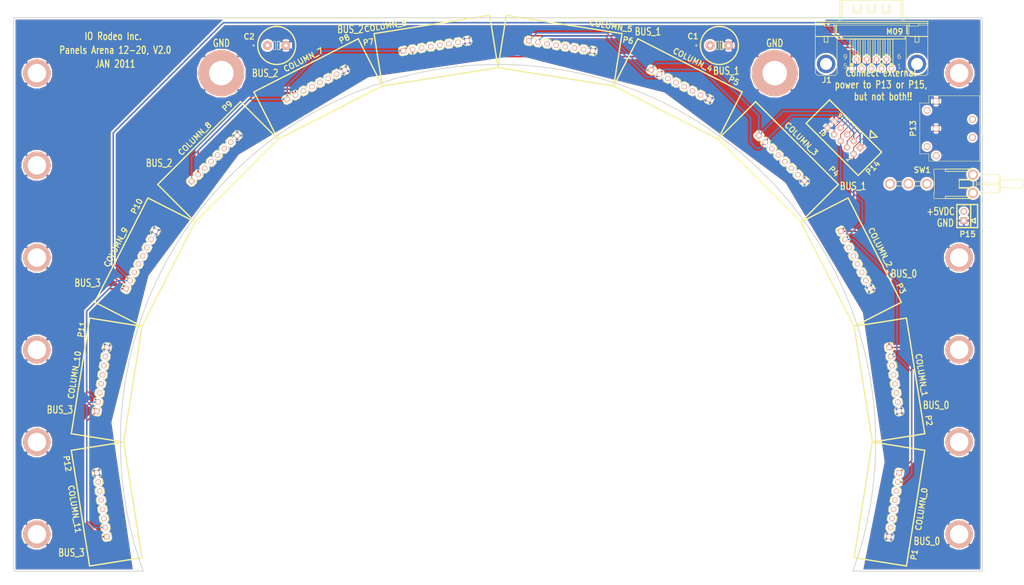
<source format=kicad_pcb>
(kicad_pcb (version 20171130) (host pcbnew 5.1.10)
  (title_block (date "7 feb 2011"))
  (layers (0 Front signal) (1 Inner_L2 power) (2 Inner_L1 power) (31 Back signal) (34 B.Paste user) (35 F.Paste user) (36 B.SilkS user) (37 F.SilkS user) (38 B.Mask user) (39 F.Mask user) (44 Edge.Cuts user))
  (net 0 "")
  (net 1 /SCL_0)
  (net 2 /SCL_1)
  (net 3 /SCL_2)
  (net 4 /SCL_3)
  (net 5 /SDA_0)
  (net 6 /SDA_1)
  (net 7 /SDA_2)
  (net 8 /SDA_3)
  (net 9 GND)
  (net 10 N-000050)
  (net 11 VCC)
  (module HEADER_5x2_LARGE (layer Front) (at 242.57 53.34 135)
    (fp_text reference P14 (at -11.56716 -0.2159 225) (layer F.SilkS) (effects (font (size 1.524 1.524) (thickness 0.3048))))
    (fp_text value CONN_5X2 hide)
    (fp_text user 2 (at -5.08 -3.302 135) (layer F.SilkS) (effects (font (size 1.016 1.016) (thickness 0.254))))
    (fp_text user 10 (at 5.08 -3.302 135) (layer F.SilkS) (effects (font (size 1.016 1.016) (thickness 0.254))))
    (fp_text user 9 (at 5.08 3.556 135) (layer F.SilkS) (effects (font (size 1.016 1.016) (thickness 0.254))))
    (pad 1 thru_hole rect (at -5.08 1.27 135) (size 1.778 1.778) (drill 0.9906) (layers *.Cu *.SilkS *.Mask) (net 2 /SCL_1))
    (pad 2 thru_hole circle (at -5.08 -1.27 135) (size 1.778 1.778) (drill 0.9906) (layers *.Cu *.SilkS *.Mask) (net 1 /SCL_0))
    (pad 3 thru_hole circle (at -2.54 1.27 135) (size 1.778 1.778) (drill 0.9906) (layers *.Cu *.SilkS *.Mask) (net 6 /SDA_1))
    (pad 4 thru_hole circle (at -2.54 -1.27 135) (size 1.778 1.778) (drill 0.9906) (layers *.Cu *.SilkS *.Mask) (net 4 /SCL_3))
    (pad 5 thru_hole circle (at 0 1.27 135) (size 1.778 1.778) (drill 0.9906) (layers *.Cu *.SilkS *.Mask) (net 3 /SCL_2))
    (pad 6 thru_hole circle (at 0 -1.27 135) (size 1.778 1.778) (drill 0.9906) (layers *.Cu *.SilkS *.Mask) (net 5 /SDA_0))
    (pad 7 thru_hole circle (at 2.54 1.27 135) (size 1.778 1.778) (drill 0.9906) (layers *.Cu *.SilkS *.Mask) (net 7 /SDA_2))
    (pad 8 thru_hole circle (at 2.54 -1.27 135) (size 1.778 1.778) (drill 0.9906) (layers *.Cu *.SilkS *.Mask) (net 8 /SDA_3))
    (pad 9 thru_hole circle (at 5.08 1.27 135) (size 1.778 1.778) (drill 0.9906) (layers *.Cu *.SilkS *.Mask) (net 9 GND))
    (pad 10 thru_hole circle (at 5.08 -1.27 135) (size 1.778 1.778) (drill 0.9906) (layers *.Cu *.SilkS *.Mask) (net 9 GND))
  )
  (module CON-SUBD_M09HP (layer Front) (at 250.19 33.02 180)
    (fp_text reference J1 (at 12.319 -4.445 180) (layer F.SilkS) (effects (font (size 1.524 1.524) (thickness 0.3048))))
    (fp_text value DB9 hide)
    (fp_text user 1 (at -7.62 -0.635 180) (layer F.SilkS) (effects (font (size 1.27 1.27) (thickness 0.127))))
    (fp_text user 5 (at 7.23646 -0.635 180) (layer F.SilkS) (effects (font (size 1.27 1.27) (thickness 0.127))))
    (fp_text user 9 (at 7.23646 1.905 180) (layer F.SilkS) (effects (font (size 1.27 1.27) (thickness 0.127))))
    (fp_text user 6 (at -7.62 2.032 180) (layer F.SilkS) (effects (font (size 1.27 1.27) (thickness 0.127))))
    (fp_text user M09 (at -6.35 8.89 180) (layer F.SilkS) (effects (font (size 1.524 1.524) (thickness 0.3048))))
    (pad 1 thru_hole circle (at -5.4864 -1.27 180) (size 1.524 1.524) (drill 1.016) (layers *.Cu *.SilkS *.Mask) (net 2 /SCL_1))
    (pad 2 thru_hole circle (at -2.7432 -1.27 180) (size 1.524 1.524) (drill 1.016) (layers *.Cu *.SilkS *.Mask) (net 6 /SDA_1))
    (pad 3 thru_hole circle (at 0 -1.27 180) (size 1.524 1.524) (drill 1.016) (layers *.Cu *.SilkS *.Mask) (net 3 /SCL_2))
    (pad 4 thru_hole circle (at 2.7432 -1.27 180) (size 1.524 1.524) (drill 1.016) (layers *.Cu *.SilkS *.Mask) (net 7 /SDA_2))
    (pad 5 thru_hole circle (at 5.4864 -1.27 180) (size 1.524 1.524) (drill 1.016) (layers *.Cu *.SilkS *.Mask) (net 9 GND))
    (pad 6 thru_hole circle (at -4.1148 1.27 180) (size 1.524 1.524) (drill 1.016) (layers *.Cu *.SilkS *.Mask) (net 1 /SCL_0))
    (pad 7 thru_hole circle (at -1.3716 1.27 180) (size 1.524 1.524) (drill 1.016) (layers *.Cu *.SilkS *.Mask) (net 4 /SCL_3))
    (pad 8 thru_hole circle (at 1.3716 1.27 180) (size 1.524 1.524) (drill 1.016) (layers *.Cu *.SilkS *.Mask) (net 5 /SDA_0))
    (pad 9 thru_hole circle (at 4.1148 1.27 180) (size 1.524 1.524) (drill 1.016) (layers *.Cu *.SilkS *.Mask) (net 8 /SDA_3))
    (pad "" thru_hole circle (at -12.5222 0 180) (size 5.08 5.08) (drill 3.302) (layers *.Cu))
    (pad "" thru_hole circle (at 12.5222 0 180) (size 5.08 5.08) (drill 3.302) (layers *.Cu))
  )
  (module JFRC_DIN5-TH (layer Front) (at 267.97 50.8 90)
    (fp_text reference P13 (at 0 -6.35 90) (layer F.SilkS) (effects (font (size 1.524 1.524) (thickness 0.3048))))
    (fp_text value DIN_5 hide)
    (pad 1 thru_hole circle (at 7.49808 0 90) (size 1.94818 1.94818) (drill 1.29794) (layers *.Cu *.SilkS *.Mask) (net 9 GND))
    (pad 2 thru_hole circle (at 0 0 90) (size 1.94818 1.94818) (drill 1.29794) (layers *.Cu *.SilkS *.Mask) (net 9 GND))
    (pad 3 thru_hole circle (at -7.49808 0 90) (size 1.94818 1.94818) (drill 1.29794) (layers *.Cu *.SilkS *.Mask) (net 10 N-000050))
    (pad 4 thru_hole circle (at 4.99872 -2.49936 90) (size 1.94818 1.94818) (drill 1.29794) (layers *.Cu *.SilkS *.Mask))
    (pad 5 thru_hole circle (at -4.99872 -2.49936 90) (size 1.94818 1.94818) (drill 1.29794) (layers *.Cu *.SilkS *.Mask))
    (pad 6 thru_hole circle (at 2.49936 9.99998 90) (size 1.94818 1.94818) (drill 1.29794) (layers *.Cu *.SilkS *.Mask))
    (pad 7 thru_hole circle (at -2.49936 9.99998 90) (size 1.94818 1.94818) (drill 1.29794) (layers *.Cu *.SilkS *.Mask))
  )
  (module Header_Shrouded_2_Pin (layer Front) (at 275.59 74.93 270)
    (fp_text reference P15 (at 4.9784 -1.0668) (layer F.SilkS) (effects (font (size 1.524 1.524) (thickness 0.3048))))
    (fp_text value CONN_2 hide)
    (pad 2 thru_hole circle (at -1.27 0 270) (size 1.8542 1.8542) (drill 1.0922) (layers *.Cu *.SilkS *.Mask) (net 10 N-000050))
    (pad 1 thru_hole rect (at 1.27 0 270) (size 1.8542 1.8542) (drill 1.0922) (layers *.Cu *.SilkS *.Mask) (net 9 GND))
  )
  (module JFRC_LPV-1 (layer Front) (at 278.13 66.04 90)
    (fp_text reference SW1 (at 3.81 -13.97 180) (layer F.SilkS) (effects (font (size 1.524 1.524) (thickness 0.3048))))
    (fp_text value SWITCH_INV hide)
    (pad 1 thru_hole oval (at 0 -12.7 90) (size 2.7813 2.7813) (drill 1.8542) (layers *.Cu *.SilkS *.Mask) (net 10 N-000050))
    (pad 2 thru_hole oval (at 0 -17.78 90) (size 2.7813 2.7813) (drill 1.8542) (layers *.Cu *.SilkS *.Mask) (net 11 VCC))
    (pad 3 thru_hole oval (at 0 -22.86 90) (size 2.7813 2.7813) (drill 1.8542) (layers *.Cu *.SilkS *.Mask))
    (pad "" thru_hole circle (at -2.54 0 90) (size 2.7813 2.7813) (drill 1.8542) (layers *.Cu *.SilkS *.Mask))
    (pad "" thru_hole circle (at 2.54 0 90) (size 2.7813 2.7813) (drill 1.8542) (layers *.Cu *.SilkS *.Mask))
  )
  (module MountingHole (layer Front) (at 274.32 35.56)
    (fp_text reference P24 hide)
    (fp_text value CONN_1 hide)
    (pad 1 thru_hole circle (at 0 0) (size 7.62 7.62) (drill 5.08) (layers *.Cu *.SilkS *.Mask) (net 9 GND))
  )
  (module MountingHole (layer Front) (at 274.32 86.36)
    (fp_text reference P25 hide)
    (fp_text value CONN_1 hide)
    (pad 1 thru_hole circle (at 0 0) (size 7.62 7.62) (drill 5.08) (layers *.Cu *.SilkS *.Mask) (net 9 GND))
  )
  (module MountingHole (layer Front) (at 274.32 111.76)
    (fp_text reference P26 hide)
    (fp_text value CONN_1 hide)
    (pad 1 thru_hole circle (at 0 0) (size 7.62 7.62) (drill 5.08) (layers *.Cu *.SilkS *.Mask) (net 9 GND))
  )
  (module MountingHole (layer Front) (at 274.32 137.16)
    (fp_text reference P27 hide)
    (fp_text value CONN_1 hide)
    (pad 1 thru_hole circle (at 0 0) (size 7.62 7.62) (drill 5.08) (layers *.Cu *.SilkS *.Mask) (net 9 GND))
  )
  (module MountingHole (layer Front) (at 274.32 162.56)
    (fp_text reference P28 hide)
    (fp_text value CONN_1 hide)
    (pad 1 thru_hole circle (at 0 0) (size 7.62 7.62) (drill 5.08) (layers *.Cu *.SilkS *.Mask) (net 9 GND))
  )
  (module MountingHole (layer Front) (at 20.32 86.36)
    (fp_text reference P20 hide)
    (fp_text value CONN_1 hide)
    (pad 1 thru_hole circle (at 0 0) (size 7.62 7.62) (drill 5.08) (layers *.Cu *.SilkS *.Mask) (net 9 GND))
  )
  (module MountingHole (layer Front) (at 20.32 35.56)
    (fp_text reference P18 hide)
    (fp_text value CONN_1 hide)
    (pad 1 thru_hole circle (at 0 0) (size 7.62 7.62) (drill 5.08) (layers *.Cu *.SilkS *.Mask) (net 9 GND))
  )
  (module MountingHole (layer Front) (at 20.32 111.76)
    (fp_text reference P21 hide)
    (fp_text value CONN_1 hide)
    (pad 1 thru_hole circle (at 0 0) (size 7.62 7.62) (drill 5.08) (layers *.Cu *.SilkS *.Mask) (net 9 GND))
  )
  (module MountingHole (layer Front) (at 20.32 60.96)
    (fp_text reference P19 hide)
    (fp_text value CONN_1 hide)
    (pad 1 thru_hole circle (at 0 0) (size 7.62 7.62) (drill 5.08) (layers *.Cu *.SilkS *.Mask) (net 9 GND))
  )
  (module MountingHole (layer Front) (at 20.32 137.16)
    (fp_text reference P22 hide)
    (fp_text value CONN_1 hide)
    (pad 1 thru_hole circle (at 0 0) (size 7.62 7.62) (drill 5.08) (layers *.Cu *.SilkS *.Mask) (net 9 GND))
  )
  (module MountingHole (layer Front) (at 20.32 162.56)
    (fp_text reference P23 hide)
    (fp_text value CONN_1 hide)
    (pad 1 thru_hole circle (at 0 0) (size 7.62 7.62) (drill 5.08) (layers *.Cu *.SilkS *.Mask) (net 9 GND))
  )
  (module GroundMount (layer Front) (at 223.52 35.56)
    (fp_text reference P16 hide)
    (fp_text value CONN_1 hide)
    (pad 1 thru_hole circle (at 0 0) (size 12.7 12.7) (drill 6.7564) (layers *.Cu *.SilkS *.Mask) (net 9 GND))
  )
  (module GroundMount (layer Front) (at 71.12 35.56)
    (fp_text reference P17 hide)
    (fp_text value CONN_1 hide)
    (pad 1 thru_hole circle (at 0 0) (size 12.7 12.7) (drill 6.7564) (layers *.Cu *.SilkS *.Mask) (net 9 GND))
  )
  (module JFRC_Capacitor_Polarized (layer Front) (at 86.36 27.94)
    (fp_text reference C2 (at -7.5946 -2.4384) (layer F.SilkS) (effects (font (size 1.524 1.524) (thickness 0.3048))))
    (fp_text value CAPAPOL hide)
    (pad 1 thru_hole circle (at -2.54 0) (size 2.54 2.54) (drill 1.016) (layers *.Cu *.SilkS *.Mask) (net 11 VCC))
    (pad 2 thru_hole circle (at 2.54 0) (size 2.54 2.54) (drill 1.016) (layers *.Cu *.SilkS *.Mask) (net 9 GND))
  )
  (module JFRC_Capacitor_Polarized (layer Front) (at 208.28 27.94)
    (fp_text reference C1 (at -7.2644 -2.5146) (layer F.SilkS) (effects (font (size 1.524 1.524) (thickness 0.3048))))
    (fp_text value CAPAPOL hide)
    (pad 1 thru_hole circle (at -2.54 0) (size 2.54 2.54) (drill 1.016) (layers *.Cu *.SilkS *.Mask) (net 11 VCC))
    (pad 2 thru_hole circle (at 2.54 0) (size 2.54 2.54) (drill 1.016) (layers *.Cu *.SilkS *.Mask) (net 9 GND))
  )
  (module JFRC_1X08 (layer Front) (at 38.20922 154.44216 99)
    (fp_text reference P12 (at 12.7 -7.62 99) (layer F.SilkS) (effects (font (size 1.524 1.524) (thickness 0.3048))))
    (fp_text value COLUMN_11 (at 0 -7.62 99) (layer F.SilkS) (effects (font (size 1.524 1.524) (thickness 0.3048))))
    (pad 1 thru_hole rect (at -8.89 0 99) (size 1.524 1.524) (drill 1.016) (layers *.Cu *.SilkS *.Mask) (net 4 /SCL_3))
    (pad 2 thru_hole circle (at -6.35 0 99) (size 1.524 1.524) (drill 1.016) (layers *.Cu *.SilkS *.Mask) (net 8 /SDA_3))
    (pad 3 thru_hole circle (at -3.81 0 99) (size 1.524 1.524) (drill 1.016) (layers *.Cu *.SilkS *.Mask) (net 11 VCC))
    (pad 4 thru_hole circle (at -1.27 0 99) (size 1.524 1.524) (drill 1.016) (layers *.Cu *.SilkS *.Mask))
    (pad 5 thru_hole circle (at 1.27 0 99) (size 1.524 1.524) (drill 1.016) (layers *.Cu *.SilkS *.Mask))
    (pad 6 thru_hole circle (at 3.81 0 99) (size 1.524 1.524) (drill 1.016) (layers *.Cu *.SilkS *.Mask))
    (pad 7 thru_hole circle (at 6.35 0 99) (size 1.524 1.524) (drill 1.016) (layers *.Cu *.SilkS *.Mask) (net 11 VCC))
    (pad 8 thru_hole circle (at 8.89 0 99) (size 1.524 1.524) (drill 1.016) (layers *.Cu *.SilkS *.Mask) (net 9 GND))
  )
  (module JFRC_1X08 (layer Front) (at 38.20922 119.87784 81)
    (fp_text reference P11 (at 12.7 -7.62 81) (layer F.SilkS) (effects (font (size 1.524 1.524) (thickness 0.3048))))
    (fp_text value COLUMN_10 (at 0 -7.62 81) (layer F.SilkS) (effects (font (size 1.524 1.524) (thickness 0.3048))))
    (pad 1 thru_hole rect (at -8.89 0 81) (size 1.524 1.524) (drill 1.016) (layers *.Cu *.SilkS *.Mask) (net 4 /SCL_3))
    (pad 2 thru_hole circle (at -6.35 0 81) (size 1.524 1.524) (drill 1.016) (layers *.Cu *.SilkS *.Mask) (net 8 /SDA_3))
    (pad 3 thru_hole circle (at -3.81 0 81) (size 1.524 1.524) (drill 1.016) (layers *.Cu *.SilkS *.Mask) (net 11 VCC))
    (pad 4 thru_hole circle (at -1.27 0 81) (size 1.524 1.524) (drill 1.016) (layers *.Cu *.SilkS *.Mask))
    (pad 5 thru_hole circle (at 1.27 0 81) (size 1.524 1.524) (drill 1.016) (layers *.Cu *.SilkS *.Mask))
    (pad 6 thru_hole circle (at 3.81 0 81) (size 1.524 1.524) (drill 1.016) (layers *.Cu *.SilkS *.Mask))
    (pad 7 thru_hole circle (at 6.35 0 81) (size 1.524 1.524) (drill 1.016) (layers *.Cu *.SilkS *.Mask) (net 11 VCC))
    (pad 8 thru_hole circle (at 8.89 0 81) (size 1.524 1.524) (drill 1.016) (layers *.Cu *.SilkS *.Mask) (net 9 GND))
  )
  (module JFRC_1X08 (layer Front) (at 48.88992 87.0077 63)
    (fp_text reference P10 (at 12.7 -7.62 63) (layer F.SilkS) (effects (font (size 1.524 1.524) (thickness 0.3048))))
    (fp_text value COLUMN_9 (at 0 -7.62 63) (layer F.SilkS) (effects (font (size 1.524 1.524) (thickness 0.3048))))
    (pad 1 thru_hole rect (at -8.89 0 63) (size 1.524 1.524) (drill 1.016) (layers *.Cu *.SilkS *.Mask) (net 4 /SCL_3))
    (pad 2 thru_hole circle (at -6.35 0 63) (size 1.524 1.524) (drill 1.016) (layers *.Cu *.SilkS *.Mask) (net 8 /SDA_3))
    (pad 3 thru_hole circle (at -3.81 0 63) (size 1.524 1.524) (drill 1.016) (layers *.Cu *.SilkS *.Mask) (net 11 VCC))
    (pad 4 thru_hole circle (at -1.27 0 63) (size 1.524 1.524) (drill 1.016) (layers *.Cu *.SilkS *.Mask))
    (pad 5 thru_hole circle (at 1.27 0 63) (size 1.524 1.524) (drill 1.016) (layers *.Cu *.SilkS *.Mask))
    (pad 6 thru_hole circle (at 3.81 0 63) (size 1.524 1.524) (drill 1.016) (layers *.Cu *.SilkS *.Mask))
    (pad 7 thru_hole circle (at 6.35 0 63) (size 1.524 1.524) (drill 1.016) (layers *.Cu *.SilkS *.Mask) (net 11 VCC))
    (pad 8 thru_hole circle (at 8.89 0 63) (size 1.524 1.524) (drill 1.016) (layers *.Cu *.SilkS *.Mask) (net 9 GND))
  )
  (module JFRC_1X08 (layer Front) (at 69.20484 59.04484 45)
    (fp_text reference P9 (at 12.7 -7.62 45) (layer F.SilkS) (effects (font (size 1.524 1.524) (thickness 0.3048))))
    (fp_text value COLUMN_8 (at 0 -7.62 45) (layer F.SilkS) (effects (font (size 1.524 1.524) (thickness 0.3048))))
    (pad 1 thru_hole rect (at -8.89 0 45) (size 1.524 1.524) (drill 1.016) (layers *.Cu *.SilkS *.Mask) (net 3 /SCL_2))
    (pad 2 thru_hole circle (at -6.35 0 45) (size 1.524 1.524) (drill 1.016) (layers *.Cu *.SilkS *.Mask) (net 7 /SDA_2))
    (pad 3 thru_hole circle (at -3.81 0 45) (size 1.524 1.524) (drill 1.016) (layers *.Cu *.SilkS *.Mask) (net 11 VCC))
    (pad 4 thru_hole circle (at -1.27 0 45) (size 1.524 1.524) (drill 1.016) (layers *.Cu *.SilkS *.Mask))
    (pad 5 thru_hole circle (at 1.27 0 45) (size 1.524 1.524) (drill 1.016) (layers *.Cu *.SilkS *.Mask))
    (pad 6 thru_hole circle (at 3.81 0 45) (size 1.524 1.524) (drill 1.016) (layers *.Cu *.SilkS *.Mask))
    (pad 7 thru_hole circle (at 6.35 0 45) (size 1.524 1.524) (drill 1.016) (layers *.Cu *.SilkS *.Mask) (net 11 VCC))
    (pad 8 thru_hole circle (at 8.89 0 45) (size 1.524 1.524) (drill 1.016) (layers *.Cu *.SilkS *.Mask) (net 9 GND))
  )
  (module JFRC_1X08 (layer Front) (at 97.1677 38.72992 27)
    (fp_text reference P8 (at 12.7 -7.62 27) (layer F.SilkS) (effects (font (size 1.524 1.524) (thickness 0.3048))))
    (fp_text value COLUMN_7 (at 0 -7.62 27) (layer F.SilkS) (effects (font (size 1.524 1.524) (thickness 0.3048))))
    (pad 1 thru_hole rect (at -8.89 0 27) (size 1.524 1.524) (drill 1.016) (layers *.Cu *.SilkS *.Mask) (net 3 /SCL_2))
    (pad 2 thru_hole circle (at -6.35 0 27) (size 1.524 1.524) (drill 1.016) (layers *.Cu *.SilkS *.Mask) (net 7 /SDA_2))
    (pad 3 thru_hole circle (at -3.81 0 27) (size 1.524 1.524) (drill 1.016) (layers *.Cu *.SilkS *.Mask) (net 11 VCC))
    (pad 4 thru_hole circle (at -1.27 0 27) (size 1.524 1.524) (drill 1.016) (layers *.Cu *.SilkS *.Mask))
    (pad 5 thru_hole circle (at 1.27 0 27) (size 1.524 1.524) (drill 1.016) (layers *.Cu *.SilkS *.Mask))
    (pad 6 thru_hole circle (at 3.81 0 27) (size 1.524 1.524) (drill 1.016) (layers *.Cu *.SilkS *.Mask))
    (pad 7 thru_hole circle (at 6.35 0 27) (size 1.524 1.524) (drill 1.016) (layers *.Cu *.SilkS *.Mask) (net 11 VCC))
    (pad 8 thru_hole circle (at 8.89 0 27) (size 1.524 1.524) (drill 1.016) (layers *.Cu *.SilkS *.Mask) (net 9 GND))
  )
  (module JFRC_1X08 (layer Front) (at 130.03784 28.04922 9)
    (fp_text reference P7 (at -18.0213 -3.86588 9) (layer F.SilkS) (effects (font (size 1.524 1.524) (thickness 0.3048))))
    (fp_text value COLUMN_6 (at -12.68476 -7.52094 9) (layer F.SilkS) (effects (font (size 1.524 1.524) (thickness 0.3048))))
    (pad 1 thru_hole rect (at -8.89 0 9) (size 1.524 1.524) (drill 1.016) (layers *.Cu *.SilkS *.Mask) (net 3 /SCL_2))
    (pad 2 thru_hole circle (at -6.35 0 9) (size 1.524 1.524) (drill 1.016) (layers *.Cu *.SilkS *.Mask) (net 7 /SDA_2))
    (pad 3 thru_hole circle (at -3.81 0 9) (size 1.524 1.524) (drill 1.016) (layers *.Cu *.SilkS *.Mask) (net 11 VCC))
    (pad 4 thru_hole circle (at -1.27 0 9) (size 1.524 1.524) (drill 1.016) (layers *.Cu *.SilkS *.Mask))
    (pad 5 thru_hole circle (at 1.27 0 9) (size 1.524 1.524) (drill 1.016) (layers *.Cu *.SilkS *.Mask))
    (pad 6 thru_hole circle (at 3.81 0 9) (size 1.524 1.524) (drill 1.016) (layers *.Cu *.SilkS *.Mask))
    (pad 7 thru_hole circle (at 6.35 0 9) (size 1.524 1.524) (drill 1.016) (layers *.Cu *.SilkS *.Mask) (net 11 VCC))
    (pad 8 thru_hole circle (at 8.89 0 9) (size 1.524 1.524) (drill 1.016) (layers *.Cu *.SilkS *.Mask) (net 9 GND))
  )
  (module JFRC_1X08 (layer Front) (at 164.60216 28.04922 351)
    (fp_text reference P6 (at 18.06702 -4.38658 351) (layer F.SilkS) (effects (font (size 1.524 1.524) (thickness 0.3048))))
    (fp_text value COLUMN_5 (at 12.81176 -7.54126 351) (layer F.SilkS) (effects (font (size 1.524 1.524) (thickness 0.3048))))
    (pad 1 thru_hole rect (at -8.89 0 351) (size 1.524 1.524) (drill 1.016) (layers *.Cu *.SilkS *.Mask) (net 2 /SCL_1))
    (pad 2 thru_hole circle (at -6.35 0 351) (size 1.524 1.524) (drill 1.016) (layers *.Cu *.SilkS *.Mask) (net 6 /SDA_1))
    (pad 3 thru_hole circle (at -3.81 0 351) (size 1.524 1.524) (drill 1.016) (layers *.Cu *.SilkS *.Mask) (net 11 VCC))
    (pad 4 thru_hole circle (at -1.27 0 351) (size 1.524 1.524) (drill 1.016) (layers *.Cu *.SilkS *.Mask))
    (pad 5 thru_hole circle (at 1.27 0 351) (size 1.524 1.524) (drill 1.016) (layers *.Cu *.SilkS *.Mask))
    (pad 6 thru_hole circle (at 3.81 0 351) (size 1.524 1.524) (drill 1.016) (layers *.Cu *.SilkS *.Mask))
    (pad 7 thru_hole circle (at 6.35 0 351) (size 1.524 1.524) (drill 1.016) (layers *.Cu *.SilkS *.Mask) (net 11 VCC))
    (pad 8 thru_hole circle (at 8.89 0 351) (size 1.524 1.524) (drill 1.016) (layers *.Cu *.SilkS *.Mask) (net 9 GND))
  )
  (module JFRC_1X08 (layer Front) (at 197.4723 38.72992 333)
    (fp_text reference P5 (at 12.7 -7.62 333) (layer F.SilkS) (effects (font (size 1.524 1.524) (thickness 0.3048))))
    (fp_text value COLUMN_4 (at 0 -7.62 333) (layer F.SilkS) (effects (font (size 1.524 1.524) (thickness 0.3048))))
    (pad 1 thru_hole rect (at -8.89 0 333) (size 1.524 1.524) (drill 1.016) (layers *.Cu *.SilkS *.Mask) (net 2 /SCL_1))
    (pad 2 thru_hole circle (at -6.35 0 333) (size 1.524 1.524) (drill 1.016) (layers *.Cu *.SilkS *.Mask) (net 6 /SDA_1))
    (pad 3 thru_hole circle (at -3.81 0 333) (size 1.524 1.524) (drill 1.016) (layers *.Cu *.SilkS *.Mask) (net 11 VCC))
    (pad 4 thru_hole circle (at -1.27 0 333) (size 1.524 1.524) (drill 1.016) (layers *.Cu *.SilkS *.Mask))
    (pad 5 thru_hole circle (at 1.27 0 333) (size 1.524 1.524) (drill 1.016) (layers *.Cu *.SilkS *.Mask))
    (pad 6 thru_hole circle (at 3.81 0 333) (size 1.524 1.524) (drill 1.016) (layers *.Cu *.SilkS *.Mask))
    (pad 7 thru_hole circle (at 6.35 0 333) (size 1.524 1.524) (drill 1.016) (layers *.Cu *.SilkS *.Mask) (net 11 VCC))
    (pad 8 thru_hole circle (at 8.89 0 333) (size 1.524 1.524) (drill 1.016) (layers *.Cu *.SilkS *.Mask) (net 9 GND))
  )
  (module JFRC_1X08 (layer Front) (at 225.43516 59.04484 315)
    (fp_text reference P4 (at 12.7 -7.62 315) (layer F.SilkS) (effects (font (size 1.524 1.524) (thickness 0.3048))))
    (fp_text value COLUMN_3 (at 0 -7.62 315) (layer F.SilkS) (effects (font (size 1.524 1.524) (thickness 0.3048))))
    (pad 1 thru_hole rect (at -8.89 0 315) (size 1.524 1.524) (drill 1.016) (layers *.Cu *.SilkS *.Mask) (net 2 /SCL_1))
    (pad 2 thru_hole circle (at -6.35 0 315) (size 1.524 1.524) (drill 1.016) (layers *.Cu *.SilkS *.Mask) (net 6 /SDA_1))
    (pad 3 thru_hole circle (at -3.81 0 315) (size 1.524 1.524) (drill 1.016) (layers *.Cu *.SilkS *.Mask) (net 11 VCC))
    (pad 4 thru_hole circle (at -1.27 0 315) (size 1.524 1.524) (drill 1.016) (layers *.Cu *.SilkS *.Mask))
    (pad 5 thru_hole circle (at 1.27 0 315) (size 1.524 1.524) (drill 1.016) (layers *.Cu *.SilkS *.Mask))
    (pad 6 thru_hole circle (at 3.81 0 315) (size 1.524 1.524) (drill 1.016) (layers *.Cu *.SilkS *.Mask))
    (pad 7 thru_hole circle (at 6.35 0 315) (size 1.524 1.524) (drill 1.016) (layers *.Cu *.SilkS *.Mask) (net 11 VCC))
    (pad 8 thru_hole circle (at 8.89 0 315) (size 1.524 1.524) (drill 1.016) (layers *.Cu *.SilkS *.Mask) (net 9 GND))
  )
  (module JFRC_1X08 (layer Front) (at 245.75008 87.0077 297)
    (fp_text reference P3 (at 12.7 -7.62 297) (layer F.SilkS) (effects (font (size 1.524 1.524) (thickness 0.3048))))
    (fp_text value COLUMN_2 (at 0 -7.62 297) (layer F.SilkS) (effects (font (size 1.524 1.524) (thickness 0.3048))))
    (pad 1 thru_hole rect (at -8.89 0 297) (size 1.524 1.524) (drill 1.016) (layers *.Cu *.SilkS *.Mask) (net 1 /SCL_0))
    (pad 2 thru_hole circle (at -6.35 0 297) (size 1.524 1.524) (drill 1.016) (layers *.Cu *.SilkS *.Mask) (net 5 /SDA_0))
    (pad 3 thru_hole circle (at -3.81 0 297) (size 1.524 1.524) (drill 1.016) (layers *.Cu *.SilkS *.Mask) (net 11 VCC))
    (pad 4 thru_hole circle (at -1.27 0 297) (size 1.524 1.524) (drill 1.016) (layers *.Cu *.SilkS *.Mask))
    (pad 5 thru_hole circle (at 1.27 0 297) (size 1.524 1.524) (drill 1.016) (layers *.Cu *.SilkS *.Mask))
    (pad 6 thru_hole circle (at 3.81 0 297) (size 1.524 1.524) (drill 1.016) (layers *.Cu *.SilkS *.Mask))
    (pad 7 thru_hole circle (at 6.35 0 297) (size 1.524 1.524) (drill 1.016) (layers *.Cu *.SilkS *.Mask) (net 11 VCC))
    (pad 8 thru_hole circle (at 8.89 0 297) (size 1.524 1.524) (drill 1.016) (layers *.Cu *.SilkS *.Mask) (net 9 GND))
  )
  (module JFRC_1X08 (layer Front) (at 256.43078 119.87784 279)
    (fp_text reference P2 (at 12.7 -7.62 279) (layer F.SilkS) (effects (font (size 1.524 1.524) (thickness 0.3048))))
    (fp_text value COLUMN_1 (at 0 -7.62 279) (layer F.SilkS) (effects (font (size 1.524 1.524) (thickness 0.3048))))
    (pad 1 thru_hole rect (at -8.89 0 279) (size 1.524 1.524) (drill 1.016) (layers *.Cu *.SilkS *.Mask) (net 1 /SCL_0))
    (pad 2 thru_hole circle (at -6.35 0 279) (size 1.524 1.524) (drill 1.016) (layers *.Cu *.SilkS *.Mask) (net 5 /SDA_0))
    (pad 3 thru_hole circle (at -3.81 0 279) (size 1.524 1.524) (drill 1.016) (layers *.Cu *.SilkS *.Mask) (net 11 VCC))
    (pad 4 thru_hole circle (at -1.27 0 279) (size 1.524 1.524) (drill 1.016) (layers *.Cu *.SilkS *.Mask))
    (pad 5 thru_hole circle (at 1.27 0 279) (size 1.524 1.524) (drill 1.016) (layers *.Cu *.SilkS *.Mask))
    (pad 6 thru_hole circle (at 3.81 0 279) (size 1.524 1.524) (drill 1.016) (layers *.Cu *.SilkS *.Mask))
    (pad 7 thru_hole circle (at 6.35 0 279) (size 1.524 1.524) (drill 1.016) (layers *.Cu *.SilkS *.Mask) (net 11 VCC))
    (pad 8 thru_hole circle (at 8.89 0 279) (size 1.524 1.524) (drill 1.016) (layers *.Cu *.SilkS *.Mask) (net 9 GND))
  )
  (module JFRC_1X08 (layer Front) (at 256.43078 154.44216 261)
    (fp_text reference P1 (at 12.7 -7.62 261) (layer F.SilkS) (effects (font (size 1.524 1.524) (thickness 0.3048))))
    (fp_text value COLUMN_0 (at 0 -7.62 261) (layer F.SilkS) (effects (font (size 1.524 1.524) (thickness 0.3048))))
    (pad 1 thru_hole rect (at -8.89 0 261) (size 1.524 1.524) (drill 1.016) (layers *.Cu *.SilkS *.Mask) (net 1 /SCL_0))
    (pad 2 thru_hole circle (at -6.35 0 261) (size 1.524 1.524) (drill 1.016) (layers *.Cu *.SilkS *.Mask) (net 5 /SDA_0))
    (pad 3 thru_hole circle (at -3.81 0 261) (size 1.524 1.524) (drill 1.016) (layers *.Cu *.SilkS *.Mask) (net 11 VCC))
    (pad 4 thru_hole circle (at -1.27 0 261) (size 1.524 1.524) (drill 1.016) (layers *.Cu *.SilkS *.Mask))
    (pad 5 thru_hole circle (at 1.27 0 261) (size 1.524 1.524) (drill 1.016) (layers *.Cu *.SilkS *.Mask))
    (pad 6 thru_hole circle (at 3.81 0 261) (size 1.524 1.524) (drill 1.016) (layers *.Cu *.SilkS *.Mask))
    (pad 7 thru_hole circle (at 6.35 0 261) (size 1.524 1.524) (drill 1.016) (layers *.Cu *.SilkS *.Mask) (net 11 VCC))
    (pad 8 thru_hole circle (at 8.89 0 261) (size 1.524 1.524) (drill 1.016) (layers *.Cu *.SilkS *.Mask) (net 9 GND))
  )
  (gr_text "Connect external \npower to P13 or P15, \nbut not both!!" (at 253.365 38.735) (layer F.SilkS) (effects (font (size 2.032 1.524) (thickness 0.3048))))
  (gr_text +5VDC (at 269.24 73.66) (layer F.SilkS) (effects (font (size 2.032 1.524) (thickness 0.3048))))
  (gr_text GND (at 270.51 76.835) (layer F.SilkS) (effects (font (size 2.032 1.524) (thickness 0.3048))))
  (gr_text GND (at 223.52 27.305) (layer F.SilkS) (effects (font (size 2.032 1.524) (thickness 0.3048))))
  (gr_text GND (at 71.12 27.305) (layer F.SilkS) (effects (font (size 2.032 1.524) (thickness 0.3048))))
  (gr_text "JAN 2011" (at 41.91 33.02) (layer F.SilkS) (effects (font (size 2.032 1.524) (thickness 0.3048))))
  (gr_text BUS_3 (at 29.845 167.64) (layer F.SilkS) (effects (font (size 2.032 1.524) (thickness 0.3048))))
  (gr_text BUS_3 (at 34.29 93.345) (layer F.SilkS) (effects (font (size 2.032 1.524) (thickness 0.3048))))
  (gr_text BUS_2 (at 53.975 60.325) (layer F.SilkS) (effects (font (size 2.032 1.524) (thickness 0.3048))))
  (gr_text BUS_2 (at 106.68 23.495) (layer F.SilkS) (effects (font (size 2.032 1.524) (thickness 0.3048))))
  (gr_text BUS_1 (at 188.595 24.13) (layer F.SilkS) (effects (font (size 2.032 1.524) (thickness 0.3048))))
  (gr_text BUS_1 (at 245.11 66.675) (layer F.SilkS) (effects (font (size 2.032 1.524) (thickness 0.3048))))
  (gr_text BUS_0 (at 259.08 90.805) (layer F.SilkS) (effects (font (size 2.032 1.524) (thickness 0.3048))))
  (gr_text BUS_0 (at 265.43 164.465) (layer F.SilkS) (effects (font (size 2.032 1.524) (thickness 0.3048))))
  (gr_line (start 280.67 172.72) (end 245.04396 172.72) (angle 90) (layer Edge.Cuts) (width 0.2286))
  (gr_line (start 13.97 172.72) (end 49.59604 172.72) (angle 90) (layer Edge.Cuts) (width 0.2286))
  (gr_arc (start 147.32 137.16) (end 49.59604 172.72) (angle 220) (layer Edge.Cuts) (width 0.2286))
  (gr_line (start 280.67 20.32) (end 280.67 172.72) (angle 90) (layer Edge.Cuts) (width 0.2286))
  (gr_line (start 13.97 20.32) (end 280.67 20.32) (angle 90) (layer Edge.Cuts) (width 0.2286))
  (gr_line (start 13.97 172.72) (end 13.97 20.32) (angle 90) (layer Edge.Cuts) (width 0.2286))
  (gr_text "IO Rodeo Inc. " (at 41.91 25.4) (layer F.SilkS) (effects (font (size 2.032 1.524) (thickness 0.3048))))
  (gr_text "Panels Arena 12-20, V2.0" (at 41.91 29.21) (layer F.SilkS) (effects (font (size 2.032 1.524) (thickness 0.3048))))
  (gr_text BUS_0 (at 267.97 127) (layer F.SilkS) (effects (font (size 2.032 1.524) (thickness 0.3048))))
  (gr_text BUS_1 (at 210.185 34.925) (layer F.SilkS) (effects (font (size 2.032 1.524) (thickness 0.3048))))
  (gr_text BUS_2 (at 83.185 35.56) (layer F.SilkS) (effects (font (size 2.032 1.524) (thickness 0.3048))))
  (gr_text BUS_3 (at 26.67 128.27) (layer F.SilkS) (effects (font (size 2.032 1.524) (thickness 0.3048))))
  (segment (start 261.2644 142.21968) (end 257.8227 145.66138) (width 0.4064) (layer Front) (net 1))
  (segment (start 261.2644 113.1062) (end 261.2644 142.21968) (width 0.4064) (layer Front) (net 1))
  (segment (start 259.25526 111.09706) (end 261.2644 113.1062) (width 0.4064) (layer Front) (net 1))
  (segment (start 255.03886 111.09706) (end 259.25526 111.09706) (width 0.4064) (layer Front) (net 1))
  (segment (start 255.03886 88.38946) (end 255.03886 111.09706) (width 0.4064) (layer Front) (net 1))
  (segment (start 245.73484 79.08544) (end 255.03886 88.38946) (width 0.4064) (layer Front) (net 1))
  (segment (start 241.71402 79.08544) (end 245.73484 79.08544) (width 0.4064) (layer Front) (net 1))
  (segment (start 245.26494 75.53452) (end 241.71402 79.08544) (width 0.4064) (layer Front) (net 1))
  (segment (start 245.26494 57.83072) (end 245.26494 75.53452) (width 0.4064) (layer Front) (net 1))
  (segment (start 245.26494 56.02986) (end 245.26494 57.83072) (width 0.2032) (layer Front) (net 1))
  (segment (start 254.3048 46.99) (end 245.26494 56.02986) (width 0.2032) (layer Front) (net 1))
  (segment (start 254.3048 31.75) (end 254.3048 46.99) (width 0.2032) (layer Front) (net 1))
  (segment (start 189.55004 34.69386) (end 187.52566 34.69386) (width 0.4064) (layer Back) (net 2))
  (segment (start 157.99308 24.4856) (end 155.82138 26.6573) (width 0.4064) (layer Back) (net 2))
  (segment (start 177.3174 24.4856) (end 157.99308 24.4856) (width 0.4064) (layer Back) (net 2))
  (segment (start 187.52566 34.69386) (end 177.3174 24.4856) (width 0.4064) (layer Back) (net 2))
  (segment (start 189.55004 34.69386) (end 189.55004 34.30016) (width 0.4064) (layer Back) (net 2))
  (segment (start 219.14866 47.26686) (end 219.14866 52.75834) (width 0.4064) (layer Back) (net 2))
  (segment (start 204.7494 32.8676) (end 219.14866 47.26686) (width 0.4064) (layer Back) (net 2))
  (segment (start 190.9826 32.8676) (end 204.7494 32.8676) (width 0.4064) (layer Back) (net 2))
  (segment (start 189.55004 34.30016) (end 190.9826 32.8676) (width 0.4064) (layer Back) (net 2))
  (segment (start 255.6764 47.41926) (end 247.06072 56.03494) (width 0.2032) (layer Front) (net 2))
  (segment (start 255.6764 34.29) (end 255.6764 47.41926) (width 0.2032) (layer Front) (net 2))
  (segment (start 225.78822 46.11878) (end 219.14866 52.75834) (width 0.4064) (layer Back) (net 2))
  (segment (start 240.91392 46.11878) (end 225.78822 46.11878) (width 0.4064) (layer Back) (net 2))
  (segment (start 247.06072 52.26558) (end 240.91392 46.11878) (width 0.4064) (layer Back) (net 2))
  (segment (start 247.06072 56.03494) (end 247.06072 52.26558) (width 0.4064) (layer Back) (net 2))
  (segment (start 89.24544 42.76598) (end 78.82382 42.76598) (width 0.4064) (layer Back) (net 3))
  (segment (start 62.91834 58.67146) (end 62.91834 65.33134) (width 0.4064) (layer Back) (net 3))
  (segment (start 78.82382 42.76598) (end 62.91834 58.67146) (width 0.4064) (layer Back) (net 3))
  (segment (start 121.25706 29.44114) (end 98.90506 29.44114) (width 0.4064) (layer Back) (net 3))
  (segment (start 89.24544 39.10076) (end 89.24544 42.76598) (width 0.4064) (layer Back) (net 3))
  (segment (start 98.90506 29.44114) (end 89.24544 39.10076) (width 0.4064) (layer Back) (net 3))
  (segment (start 250.19 45.72) (end 243.46916 52.44084) (width 0.2032) (layer Front) (net 3))
  (segment (start 250.19 34.29) (end 250.19 45.72) (width 0.2032) (layer Front) (net 3))
  (segment (start 125.44552 25.25268) (end 121.25706 29.44114) (width 0.4064) (layer Front) (net 3))
  (segment (start 244.92204 25.25268) (end 125.44552 25.25268) (width 0.4064) (layer Front) (net 3))
  (segment (start 250.19 30.52064) (end 244.92204 25.25268) (width 0.4064) (layer Front) (net 3))
  (segment (start 250.19 34.29) (end 250.19 30.52064) (width 0.4064) (layer Front) (net 3))
  (segment (start 44.85386 94.92996) (end 40.22344 94.92996) (width 0.4064) (layer Front) (net 4))
  (segment (start 34.036 125.87732) (end 36.8173 128.65862) (width 0.4064) (layer Front) (net 4))
  (segment (start 34.036 101.1174) (end 34.036 125.87732) (width 0.4064) (layer Front) (net 4))
  (segment (start 40.22344 94.92996) (end 34.036 101.1174) (width 0.4064) (layer Front) (net 4))
  (segment (start 41.3512 91.4273) (end 44.85386 94.92996) (width 0.4064) (layer Front) (net 4))
  (segment (start 41.3512 52.0192) (end 41.3512 91.4273) (width 0.4064) (layer Front) (net 4))
  (segment (start 71.7042 21.6662) (end 41.3512 52.0192) (width 0.4064) (layer Front) (net 4))
  (segment (start 244.1194 21.6662) (end 71.7042 21.6662) (width 0.4064) (layer Front) (net 4))
  (segment (start 251.5616 29.1084) (end 244.1194 21.6662) (width 0.4064) (layer Front) (net 4))
  (segment (start 251.5616 31.75) (end 251.5616 29.1084) (width 0.4064) (layer Front) (net 4))
  (segment (start 34.0614 131.41452) (end 36.8173 128.65862) (width 0.4064) (layer Front) (net 4))
  (segment (start 34.0614 159.639) (end 34.0614 131.41452) (width 0.4064) (layer Front) (net 4))
  (segment (start 37.64534 163.22294) (end 34.0614 159.639) (width 0.4064) (layer Front) (net 4))
  (segment (start 39.60114 163.22294) (end 37.64534 163.22294) (width 0.4064) (layer Front) (net 4))
  (segment (start 243.46916 54.24424) (end 243.46916 56.03494) (width 0.2032) (layer Front) (net 4))
  (segment (start 251.5616 46.1518) (end 243.46916 54.24424) (width 0.2032) (layer Front) (net 4))
  (segment (start 251.5616 31.75) (end 251.5616 46.1518) (width 0.2032) (layer Front) (net 4))
  (segment (start 259.0419 148.1709) (end 257.42392 148.1709) (width 0.4064) (layer Back) (net 5))
  (segment (start 261.2136 145.9992) (end 259.0419 148.1709) (width 0.4064) (layer Back) (net 5))
  (segment (start 261.2136 117.7036) (end 261.2136 145.9992) (width 0.4064) (layer Back) (net 5))
  (segment (start 257.11658 113.60658) (end 261.2136 117.7036) (width 0.4064) (layer Back) (net 5))
  (segment (start 255.43764 113.60658) (end 257.11658 113.60658) (width 0.4064) (layer Back) (net 5))
  (segment (start 257.2004 111.84382) (end 255.43764 113.60658) (width 0.4064) (layer Back) (net 5))
  (segment (start 257.2004 93.4212) (end 257.2004 111.84382) (width 0.4064) (layer Back) (net 5))
  (segment (start 245.12778 81.34858) (end 257.2004 93.4212) (width 0.4064) (layer Back) (net 5))
  (segment (start 242.86718 81.34858) (end 245.12778 81.34858) (width 0.4064) (layer Back) (net 5))
  (segment (start 247.65 76.56576) (end 242.86718 81.34858) (width 0.4064) (layer Back) (net 5))
  (segment (start 247.65 71.12) (end 247.65 76.56576) (width 0.4064) (layer Back) (net 5))
  (segment (start 241.67084 65.14084) (end 247.65 71.12) (width 0.4064) (layer Back) (net 5))
  (segment (start 241.67084 54.23916) (end 241.67084 65.14084) (width 0.4064) (layer Back) (net 5))
  (segment (start 241.67084 52.43576) (end 241.67084 54.23916) (width 0.2032) (layer Front) (net 5))
  (segment (start 248.8184 45.2882) (end 241.67084 52.43576) (width 0.2032) (layer Front) (net 5))
  (segment (start 248.8184 31.75) (end 248.8184 45.2882) (width 0.2032) (layer Front) (net 5))
  (segment (start 158.3309 27.05608) (end 158.3309 26.7335) (width 0.4064) (layer Back) (net 6))
  (segment (start 191.81318 35.74542) (end 191.81318 35.84702) (width 0.4064) (layer Back) (net 6))
  (segment (start 190.9826 36.576) (end 191.81318 35.74542) (width 0.4064) (layer Back) (net 6))
  (segment (start 188.1886 36.576) (end 190.9826 36.576) (width 0.4064) (layer Back) (net 6))
  (segment (start 176.9618 25.3492) (end 188.1886 36.576) (width 0.4064) (layer Back) (net 6))
  (segment (start 159.7152 25.3492) (end 176.9618 25.3492) (width 0.4064) (layer Back) (net 6))
  (segment (start 158.3309 26.7335) (end 159.7152 25.3492) (width 0.4064) (layer Back) (net 6))
  (segment (start 191.81318 35.84702) (end 191.81318 35.69462) (width 0.4064) (layer Back) (net 6))
  (segment (start 219.28836 56.2102) (end 220.94444 54.55412) (width 0.4064) (layer Back) (net 6))
  (segment (start 218.5162 56.2102) (end 219.28836 56.2102) (width 0.4064) (layer Back) (net 6))
  (segment (start 216.8652 54.5592) (end 218.5162 56.2102) (width 0.4064) (layer Back) (net 6))
  (segment (start 216.8652 47.9044) (end 216.8652 54.5592) (width 0.4064) (layer Back) (net 6))
  (segment (start 203.5048 34.544) (end 216.8652 47.9044) (width 0.4064) (layer Back) (net 6))
  (segment (start 192.9638 34.544) (end 203.5048 34.544) (width 0.4064) (layer Back) (net 6))
  (segment (start 191.81318 35.69462) (end 192.9638 34.544) (width 0.4064) (layer Back) (net 6))
  (segment (start 220.94444 54.55412) (end 220.94444 54.31536) (width 0.4064) (layer Back) (net 6))
  (segment (start 245.26494 51.74234) (end 245.26494 54.23916) (width 0.4064) (layer Back) (net 6))
  (segment (start 240.6396 47.117) (end 245.26494 51.74234) (width 0.4064) (layer Back) (net 6))
  (segment (start 228.1428 47.117) (end 240.6396 47.117) (width 0.4064) (layer Back) (net 6))
  (segment (start 220.94444 54.31536) (end 228.1428 47.117) (width 0.4064) (layer Back) (net 6))
  (segment (start 252.9332 46.5709) (end 245.26494 54.23916) (width 0.2032) (layer Front) (net 6))
  (segment (start 252.9332 34.29) (end 252.9332 46.5709) (width 0.2032) (layer Front) (net 6))
  (segment (start 91.50858 41.61282) (end 91.50858 41.57218) (width 0.4064) (layer Front) (net 7))
  (segment (start 64.71412 56.87568) (end 64.71412 63.53556) (width 0.4064) (layer Front) (net 7))
  (segment (start 81.5848 40.005) (end 64.71412 56.87568) (width 0.4064) (layer Front) (net 7))
  (segment (start 89.9414 40.005) (end 81.5848 40.005) (width 0.4064) (layer Front) (net 7))
  (segment (start 91.50858 41.57218) (end 89.9414 40.005) (width 0.4064) (layer Front) (net 7))
  (segment (start 247.4468 44.8691) (end 241.67084 50.64506) (width 0.2032) (layer Front) (net 7))
  (segment (start 247.4468 34.29) (end 247.4468 44.8691) (width 0.2032) (layer Front) (net 7))
  (segment (start 123.76658 29.04236) (end 123.76658 31.00324) (width 0.4064) (layer Front) (net 7))
  (segment (start 100.74148 31.00324) (end 123.76658 31.00324) (width 0.4064) (layer Front) (net 7))
  (segment (start 91.50858 40.23614) (end 100.74148 31.00324) (width 0.4064) (layer Front) (net 7))
  (segment (start 91.50858 41.61282) (end 91.50858 40.23614) (width 0.4064) (layer Front) (net 7))
  (segment (start 247.4468 30.12694) (end 247.4468 34.29) (width 0.4064) (layer Front) (net 7))
  (segment (start 245.82374 28.50388) (end 247.4468 30.12694) (width 0.4064) (layer Front) (net 7))
  (segment (start 216.74074 28.50388) (end 245.82374 28.50388) (width 0.4064) (layer Front) (net 7))
  (segment (start 214.24138 31.00324) (end 216.74074 28.50388) (width 0.4064) (layer Front) (net 7))
  (segment (start 123.76658 31.00324) (end 214.24138 31.00324) (width 0.4064) (layer Front) (net 7))
  (segment (start 35.92322 160.71342) (end 39.20236 160.71342) (width 0.4064) (layer Back) (net 8))
  (segment (start 34.0614 158.8516) (end 35.92322 160.71342) (width 0.4064) (layer Back) (net 8))
  (segment (start 34.0614 127.2032) (end 34.0614 158.8516) (width 0.4064) (layer Back) (net 8))
  (segment (start 35.1155 126.1491) (end 34.0614 127.2032) (width 0.4064) (layer Back) (net 8))
  (segment (start 37.21608 126.1491) (end 35.1155 126.1491) (width 0.4064) (layer Back) (net 8))
  (segment (start 33.9852 122.91822) (end 37.21608 126.1491) (width 0.4064) (layer Back) (net 8))
  (segment (start 33.9852 101.1428) (end 33.9852 122.91822) (width 0.4064) (layer Back) (net 8))
  (segment (start 42.46118 92.66682) (end 33.9852 101.1428) (width 0.4064) (layer Back) (net 8))
  (segment (start 46.00702 92.66682) (end 42.46118 92.66682) (width 0.4064) (layer Back) (net 8))
  (segment (start 41.3512 88.011) (end 46.00702 92.66682) (width 0.4064) (layer Back) (net 8))
  (segment (start 41.3512 52.0192) (end 41.3512 88.011) (width 0.4064) (layer Back) (net 8))
  (segment (start 71.7042 21.6662) (end 41.3512 52.0192) (width 0.4064) (layer Back) (net 8))
  (segment (start 237.1598 21.6662) (end 71.7042 21.6662) (width 0.4064) (layer Back) (net 8))
  (segment (start 246.0752 30.5816) (end 237.1598 21.6662) (width 0.4064) (layer Back) (net 8))
  (segment (start 246.0752 31.75) (end 246.0752 30.5816) (width 0.4064) (layer Back) (net 8))
  (segment (start 239.87506 50.65014) (end 239.87506 52.44084) (width 0.2032) (layer Front) (net 8))
  (segment (start 246.0752 44.45) (end 239.87506 50.65014) (width 0.2032) (layer Front) (net 8))
  (segment (start 246.0752 31.75) (end 246.0752 44.45) (width 0.2032) (layer Front) (net 8))
  (zone (net 9) (net_name GND) (layer Back) (connect_pads (clearance 0.508)) (min_thickness 0.254) (fill (mode segment) (arc_segments 16) (thermal_gap 0.508) (thermal_bridge_width 0.508))
    (polygon (pts (xy 283.21 175.26) (xy 283.21 17.78) (xy 11.43 17.78) (xy 11.43 175.26)))
  )
  (zone (net 9) (net_name GND) (layer Front) (connect_pads (clearance 0.508)) (min_thickness 0.254) (fill (mode segment) (arc_segments 16) (thermal_gap 0.508) (thermal_bridge_width 0.508))
    (polygon (pts (xy 284.48 176.53) (xy 284.48 16.51) (xy 10.16 16.51) (xy 10.16 176.53)))
  )
)
</source>
